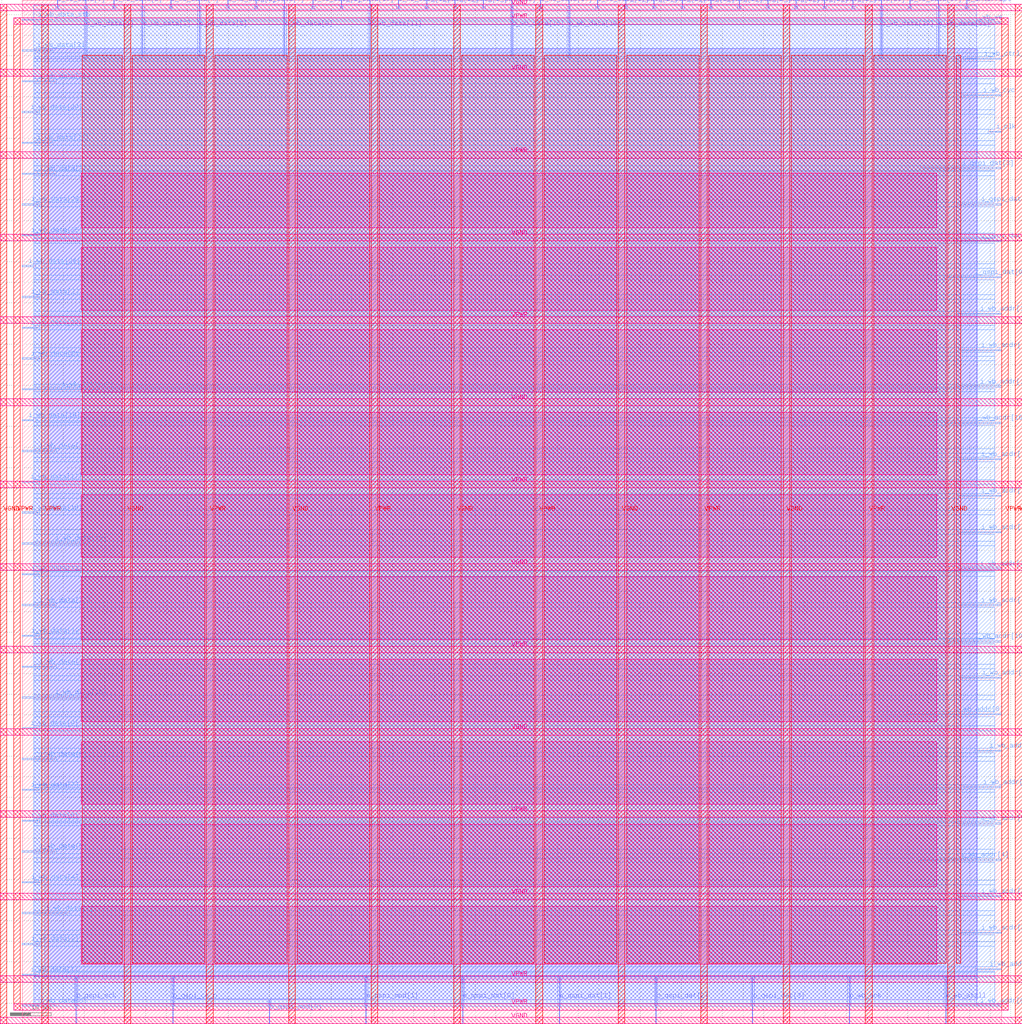
<source format=lef>
VERSION 5.7 ;
  NOWIREEXTENSIONATPIN ON ;
  DIVIDERCHAR "/" ;
  BUSBITCHARS "[]" ;
MACRO wbqspiflash
  CLASS BLOCK ;
  FOREIGN wbqspiflash ;
  ORIGIN 0.000 0.000 ;
  SIZE 237.810 BY 248.530 ;
  PIN VGND
    DIRECTION INOUT ;
    USE GROUND ;
    PORT
      LAYER met4 ;
        RECT -5.380 -0.020 -3.780 247.540 ;
    END
    PORT
      LAYER met5 ;
        RECT -5.380 -0.020 242.740 1.580 ;
    END
    PORT
      LAYER met5 ;
        RECT -5.380 245.940 242.740 247.540 ;
    END
    PORT
      LAYER met4 ;
        RECT 241.140 -0.020 242.740 247.540 ;
    END
    PORT
      LAYER met4 ;
        RECT 24.720 -0.020 26.320 247.540 ;
    END
    PORT
      LAYER met4 ;
        RECT 64.720 -0.020 66.320 247.540 ;
    END
    PORT
      LAYER met4 ;
        RECT 104.720 -0.020 106.320 247.540 ;
    END
    PORT
      LAYER met4 ;
        RECT 144.720 -0.020 146.320 247.540 ;
    END
    PORT
      LAYER met4 ;
        RECT 184.720 -0.020 186.320 247.540 ;
    END
    PORT
      LAYER met4 ;
        RECT 224.720 -0.020 226.320 247.540 ;
    END
    PORT
      LAYER met5 ;
        RECT -5.380 30.080 242.740 31.680 ;
    END
    PORT
      LAYER met5 ;
        RECT -5.380 70.080 242.740 71.680 ;
    END
    PORT
      LAYER met5 ;
        RECT -5.380 110.080 242.740 111.680 ;
    END
    PORT
      LAYER met5 ;
        RECT -5.380 150.080 242.740 151.680 ;
    END
    PORT
      LAYER met5 ;
        RECT -5.380 190.080 242.740 191.680 ;
    END
    PORT
      LAYER met5 ;
        RECT -5.380 230.080 242.740 231.680 ;
    END
  END VGND
  PIN VPWR
    DIRECTION INOUT ;
    USE POWER ;
    PORT
      LAYER met4 ;
        RECT -2.080 3.280 -0.480 244.240 ;
    END
    PORT
      LAYER met5 ;
        RECT -2.080 3.280 239.440 4.880 ;
    END
    PORT
      LAYER met5 ;
        RECT -2.080 242.640 239.440 244.240 ;
    END
    PORT
      LAYER met4 ;
        RECT 237.840 3.280 239.440 244.240 ;
    END
    PORT
      LAYER met4 ;
        RECT 4.720 -0.020 6.320 247.540 ;
    END
    PORT
      LAYER met4 ;
        RECT 44.720 -0.020 46.320 247.540 ;
    END
    PORT
      LAYER met4 ;
        RECT 84.720 -0.020 86.320 247.540 ;
    END
    PORT
      LAYER met4 ;
        RECT 124.720 -0.020 126.320 247.540 ;
    END
    PORT
      LAYER met4 ;
        RECT 164.720 -0.020 166.320 247.540 ;
    END
    PORT
      LAYER met4 ;
        RECT 204.720 -0.020 206.320 247.540 ;
    END
    PORT
      LAYER met5 ;
        RECT -5.380 10.080 242.740 11.680 ;
    END
    PORT
      LAYER met5 ;
        RECT -5.380 50.080 242.740 51.680 ;
    END
    PORT
      LAYER met5 ;
        RECT -5.380 90.080 242.740 91.680 ;
    END
    PORT
      LAYER met5 ;
        RECT -5.380 130.080 242.740 131.680 ;
    END
    PORT
      LAYER met5 ;
        RECT -5.380 170.080 242.740 171.680 ;
    END
    PORT
      LAYER met5 ;
        RECT -5.380 210.080 242.740 211.680 ;
    END
  END VPWR
  PIN i_clk
    DIRECTION INPUT ;
    USE SIGNAL ;
    PORT
      LAYER met3 ;
        RECT 234.910 216.430 237.810 216.730 ;
    END
  END i_clk
  PIN i_qspi_dat[0]
    DIRECTION INPUT ;
    USE SIGNAL ;
    PORT
      LAYER met3 ;
        RECT 224.390 181.070 237.810 181.370 ;
    END
  END i_qspi_dat[0]
  PIN i_qspi_dat[1]
    DIRECTION INPUT ;
    USE SIGNAL ;
    PORT
      LAYER met3 ;
        RECT 227.545 189.910 237.810 190.210 ;
    END
  END i_qspi_dat[1]
  PIN i_qspi_dat[2]
    DIRECTION INPUT ;
    USE SIGNAL ;
    PORT
      LAYER met3 ;
        RECT 227.545 198.750 237.810 199.050 ;
    END
  END i_qspi_dat[2]
  PIN i_qspi_dat[3]
    DIRECTION INPUT ;
    USE SIGNAL ;
    PORT
      LAYER met3 ;
        RECT 218.410 207.590 237.810 207.890 ;
    END
  END i_qspi_dat[3]
  PIN i_wb_addr[0]
    DIRECTION INPUT ;
    USE SIGNAL ;
    PORT
      LAYER met3 ;
        RECT 227.150 4.270 237.810 4.570 ;
    END
  END i_wb_addr[0]
  PIN i_wb_addr[10]
    DIRECTION INPUT ;
    USE SIGNAL ;
    PORT
      LAYER met3 ;
        RECT 224.390 92.670 237.810 92.970 ;
    END
  END i_wb_addr[10]
  PIN i_wb_addr[11]
    DIRECTION INPUT ;
    USE SIGNAL ;
    PORT
      LAYER met3 ;
        RECT 227.610 101.510 237.810 101.810 ;
    END
  END i_wb_addr[11]
  PIN i_wb_addr[12]
    DIRECTION INPUT ;
    USE SIGNAL ;
    PORT
      LAYER met3 ;
        RECT 227.150 110.350 237.810 110.650 ;
    END
  END i_wb_addr[12]
  PIN i_wb_addr[13]
    DIRECTION INPUT ;
    USE SIGNAL ;
    PORT
      LAYER met3 ;
        RECT 227.610 119.190 237.810 119.490 ;
    END
  END i_wb_addr[13]
  PIN i_wb_addr[14]
    DIRECTION INPUT ;
    USE SIGNAL ;
    PORT
      LAYER met3 ;
        RECT 227.610 128.030 237.810 128.330 ;
    END
  END i_wb_addr[14]
  PIN i_wb_addr[15]
    DIRECTION INPUT ;
    USE SIGNAL ;
    PORT
      LAYER met3 ;
        RECT 227.610 136.870 237.810 137.170 ;
    END
  END i_wb_addr[15]
  PIN i_wb_addr[16]
    DIRECTION INPUT ;
    USE SIGNAL ;
    PORT
      LAYER met3 ;
        RECT 224.390 145.710 237.810 146.010 ;
    END
  END i_wb_addr[16]
  PIN i_wb_addr[17]
    DIRECTION INPUT ;
    USE SIGNAL ;
    PORT
      LAYER met3 ;
        RECT 227.150 154.550 237.810 154.850 ;
    END
  END i_wb_addr[17]
  PIN i_wb_addr[18]
    DIRECTION INPUT ;
    USE SIGNAL ;
    PORT
      LAYER met3 ;
        RECT 227.610 163.390 237.810 163.690 ;
    END
  END i_wb_addr[18]
  PIN i_wb_addr[19]
    DIRECTION INPUT ;
    USE SIGNAL ;
    PORT
      LAYER met3 ;
        RECT 227.150 172.230 237.810 172.530 ;
    END
  END i_wb_addr[19]
  PIN i_wb_addr[1]
    DIRECTION INPUT ;
    USE SIGNAL ;
    PORT
      LAYER met3 ;
        RECT 231.750 13.110 237.810 13.410 ;
    END
  END i_wb_addr[1]
  PIN i_wb_addr[2]
    DIRECTION INPUT ;
    USE SIGNAL ;
    PORT
      LAYER met3 ;
        RECT 227.610 21.950 237.810 22.250 ;
    END
  END i_wb_addr[2]
  PIN i_wb_addr[3]
    DIRECTION INPUT ;
    USE SIGNAL ;
    PORT
      LAYER met3 ;
        RECT 227.610 30.790 237.810 31.090 ;
    END
  END i_wb_addr[3]
  PIN i_wb_addr[4]
    DIRECTION INPUT ;
    USE SIGNAL ;
    PORT
      LAYER met3 ;
        RECT 217.950 39.630 237.810 39.930 ;
    END
  END i_wb_addr[4]
  PIN i_wb_addr[5]
    DIRECTION INPUT ;
    USE SIGNAL ;
    PORT
      LAYER met3 ;
        RECT 227.610 48.470 237.810 48.770 ;
    END
  END i_wb_addr[5]
  PIN i_wb_addr[6]
    DIRECTION INPUT ;
    USE SIGNAL ;
    PORT
      LAYER met3 ;
        RECT 228.530 57.310 237.810 57.610 ;
    END
  END i_wb_addr[6]
  PIN i_wb_addr[7]
    DIRECTION INPUT ;
    USE SIGNAL ;
    PORT
      LAYER met3 ;
        RECT 231.750 66.150 237.810 66.450 ;
    END
  END i_wb_addr[7]
  PIN i_wb_addr[8]
    DIRECTION INPUT ;
    USE SIGNAL ;
    PORT
      LAYER met3 ;
        RECT 215.190 74.990 237.810 75.290 ;
    END
  END i_wb_addr[8]
  PIN i_wb_addr[9]
    DIRECTION INPUT ;
    USE SIGNAL ;
    PORT
      LAYER met3 ;
        RECT 228.070 83.830 237.810 84.130 ;
    END
  END i_wb_addr[9]
  PIN i_wb_ctrl_stb
    DIRECTION INPUT ;
    USE SIGNAL ;
    PORT
      LAYER met3 ;
        RECT 228.990 234.110 237.810 234.410 ;
    END
  END i_wb_ctrl_stb
  PIN i_wb_cyc
    DIRECTION INPUT ;
    USE SIGNAL ;
    PORT
      LAYER met3 ;
        RECT 228.530 225.270 237.810 225.570 ;
    END
  END i_wb_cyc
  PIN i_wb_data[0]
    DIRECTION INPUT ;
    USE SIGNAL ;
    PORT
      LAYER met3 ;
        RECT 0.000 4.270 7.910 4.570 ;
    END
  END i_wb_data[0]
  PIN i_wb_data[10]
    DIRECTION INPUT ;
    USE SIGNAL ;
    PORT
      LAYER met3 ;
        RECT 0.000 79.070 15.730 79.370 ;
    END
  END i_wb_data[10]
  PIN i_wb_data[11]
    DIRECTION INPUT ;
    USE SIGNAL ;
    PORT
      LAYER met3 ;
        RECT 0.000 86.550 7.910 86.850 ;
    END
  END i_wb_data[11]
  PIN i_wb_data[12]
    DIRECTION INPUT ;
    USE SIGNAL ;
    PORT
      LAYER met3 ;
        RECT 0.000 94.030 4.230 94.330 ;
    END
  END i_wb_data[12]
  PIN i_wb_data[13]
    DIRECTION INPUT ;
    USE SIGNAL ;
    PORT
      LAYER met3 ;
        RECT 0.000 101.510 7.910 101.810 ;
    END
  END i_wb_data[13]
  PIN i_wb_data[14]
    DIRECTION INPUT ;
    USE SIGNAL ;
    PORT
      LAYER met3 ;
        RECT 0.000 108.990 4.230 109.290 ;
    END
  END i_wb_data[14]
  PIN i_wb_data[15]
    DIRECTION INPUT ;
    USE SIGNAL ;
    PORT
      LAYER met3 ;
        RECT 0.000 116.470 15.730 116.770 ;
    END
  END i_wb_data[15]
  PIN i_wb_data[16]
    DIRECTION INPUT ;
    USE SIGNAL ;
    PORT
      LAYER met3 ;
        RECT 0.000 123.950 3.770 124.250 ;
    END
  END i_wb_data[16]
  PIN i_wb_data[17]
    DIRECTION INPUT ;
    USE SIGNAL ;
    PORT
      LAYER met3 ;
        RECT 0.000 131.430 3.770 131.730 ;
    END
  END i_wb_data[17]
  PIN i_wb_data[18]
    DIRECTION INPUT ;
    USE SIGNAL ;
    PORT
      LAYER met3 ;
        RECT 0.000 138.910 7.910 139.210 ;
    END
  END i_wb_data[18]
  PIN i_wb_data[19]
    DIRECTION INPUT ;
    USE SIGNAL ;
    PORT
      LAYER met3 ;
        RECT 0.000 146.390 2.850 146.690 ;
    END
  END i_wb_data[19]
  PIN i_wb_data[1]
    DIRECTION INPUT ;
    USE SIGNAL ;
    PORT
      LAYER met3 ;
        RECT 0.000 11.750 3.770 12.050 ;
    END
  END i_wb_data[1]
  PIN i_wb_data[20]
    DIRECTION INPUT ;
    USE SIGNAL ;
    PORT
      LAYER met3 ;
        RECT 0.000 153.870 18.950 154.170 ;
    END
  END i_wb_data[20]
  PIN i_wb_data[21]
    DIRECTION INPUT ;
    USE SIGNAL ;
    PORT
      LAYER met3 ;
        RECT 0.000 161.350 4.230 161.650 ;
    END
  END i_wb_data[21]
  PIN i_wb_data[22]
    DIRECTION INPUT ;
    USE SIGNAL ;
    PORT
      LAYER met3 ;
        RECT 0.000 168.830 3.770 169.130 ;
    END
  END i_wb_data[22]
  PIN i_wb_data[23]
    DIRECTION INPUT ;
    USE SIGNAL ;
    PORT
      LAYER met3 ;
        RECT 0.000 176.310 4.230 176.610 ;
    END
  END i_wb_data[23]
  PIN i_wb_data[24]
    DIRECTION INPUT ;
    USE SIGNAL ;
    PORT
      LAYER met3 ;
        RECT 0.000 183.790 2.850 184.090 ;
    END
  END i_wb_data[24]
  PIN i_wb_data[25]
    DIRECTION INPUT ;
    USE SIGNAL ;
    PORT
      LAYER met3 ;
        RECT 0.000 191.270 4.230 191.570 ;
    END
  END i_wb_data[25]
  PIN i_wb_data[26]
    DIRECTION INPUT ;
    USE SIGNAL ;
    PORT
      LAYER met3 ;
        RECT 0.000 198.750 4.230 199.050 ;
    END
  END i_wb_data[26]
  PIN i_wb_data[27]
    DIRECTION INPUT ;
    USE SIGNAL ;
    PORT
      LAYER met3 ;
        RECT 0.000 206.230 7.910 206.530 ;
    END
  END i_wb_data[27]
  PIN i_wb_data[28]
    DIRECTION INPUT ;
    USE SIGNAL ;
    PORT
      LAYER met3 ;
        RECT 0.000 213.710 6.990 214.010 ;
    END
  END i_wb_data[28]
  PIN i_wb_data[29]
    DIRECTION INPUT ;
    USE SIGNAL ;
    PORT
      LAYER met3 ;
        RECT 0.000 221.190 3.770 221.490 ;
    END
  END i_wb_data[29]
  PIN i_wb_data[2]
    DIRECTION INPUT ;
    USE SIGNAL ;
    PORT
      LAYER met3 ;
        RECT 0.000 19.230 4.230 19.530 ;
    END
  END i_wb_data[2]
  PIN i_wb_data[30]
    DIRECTION INPUT ;
    USE SIGNAL ;
    PORT
      LAYER met3 ;
        RECT 0.000 228.670 7.910 228.970 ;
    END
  END i_wb_data[30]
  PIN i_wb_data[31]
    DIRECTION INPUT ;
    USE SIGNAL ;
    PORT
      LAYER met3 ;
        RECT 0.000 236.150 6.990 236.450 ;
    END
  END i_wb_data[31]
  PIN i_wb_data[3]
    DIRECTION INPUT ;
    USE SIGNAL ;
    PORT
      LAYER met3 ;
        RECT 0.000 26.710 11.130 27.010 ;
    END
  END i_wb_data[3]
  PIN i_wb_data[4]
    DIRECTION INPUT ;
    USE SIGNAL ;
    PORT
      LAYER met3 ;
        RECT 0.000 34.190 4.230 34.490 ;
    END
  END i_wb_data[4]
  PIN i_wb_data[5]
    DIRECTION INPUT ;
    USE SIGNAL ;
    PORT
      LAYER met3 ;
        RECT 0.000 41.670 7.910 41.970 ;
    END
  END i_wb_data[5]
  PIN i_wb_data[6]
    DIRECTION INPUT ;
    USE SIGNAL ;
    PORT
      LAYER met3 ;
        RECT 0.000 49.150 3.770 49.450 ;
    END
  END i_wb_data[6]
  PIN i_wb_data[7]
    DIRECTION INPUT ;
    USE SIGNAL ;
    PORT
      LAYER met3 ;
        RECT 0.000 56.630 4.230 56.930 ;
    END
  END i_wb_data[7]
  PIN i_wb_data[8]
    DIRECTION INPUT ;
    USE SIGNAL ;
    PORT
      LAYER met3 ;
        RECT 0.000 64.110 7.910 64.410 ;
    END
  END i_wb_data[8]
  PIN i_wb_data[9]
    DIRECTION INPUT ;
    USE SIGNAL ;
    PORT
      LAYER met3 ;
        RECT 0.000 71.590 3.770 71.890 ;
    END
  END i_wb_data[9]
  PIN i_wb_data_stb
    DIRECTION INPUT ;
    USE SIGNAL ;
    PORT
      LAYER met3 ;
        RECT 0.000 243.630 7.450 243.930 ;
    END
  END i_wb_data_stb
  PIN i_wb_we
    DIRECTION INPUT ;
    USE SIGNAL ;
    PORT
      LAYER met3 ;
        RECT 224.390 242.950 237.810 243.250 ;
    END
  END i_wb_we
  PIN o_interrupt
    DIRECTION OUTPUT TRISTATE ;
    USE SIGNAL ;
    PORT
      LAYER met2 ;
        RECT 229.240 246.530 229.380 248.530 ;
    END
  END o_interrupt
  PIN o_qspi_cs_n
    DIRECTION OUTPUT TRISTATE ;
    USE SIGNAL ;
    PORT
      LAYER met2 ;
        RECT 36.500 0.000 36.640 11.260 ;
    END
  END o_qspi_cs_n
  PIN o_qspi_dat[0]
    DIRECTION OUTPUT TRISTATE ;
    USE SIGNAL ;
    PORT
      LAYER met2 ;
        RECT 106.880 0.000 107.020 11.260 ;
    END
  END o_qspi_dat[0]
  PIN o_qspi_dat[1]
    DIRECTION OUTPUT TRISTATE ;
    USE SIGNAL ;
    PORT
      LAYER met2 ;
        RECT 130.340 0.000 130.480 11.260 ;
    END
  END o_qspi_dat[1]
  PIN o_qspi_dat[2]
    DIRECTION OUTPUT TRISTATE ;
    USE SIGNAL ;
    PORT
      LAYER met2 ;
        RECT 153.800 0.000 153.940 11.260 ;
    END
  END o_qspi_dat[2]
  PIN o_qspi_dat[3]
    DIRECTION OUTPUT TRISTATE ;
    USE SIGNAL ;
    PORT
      LAYER met2 ;
        RECT 177.260 0.000 177.400 11.260 ;
    END
  END o_qspi_dat[3]
  PIN o_qspi_mod[0]
    DIRECTION OUTPUT TRISTATE ;
    USE SIGNAL ;
    PORT
      LAYER met2 ;
        RECT 59.960 0.000 60.100 5.820 ;
    END
  END o_qspi_mod[0]
  PIN o_qspi_mod[1]
    DIRECTION OUTPUT TRISTATE ;
    USE SIGNAL ;
    PORT
      LAYER met2 ;
        RECT 83.420 0.000 83.560 11.260 ;
    END
  END o_qspi_mod[1]
  PIN o_qspi_sck
    DIRECTION OUTPUT TRISTATE ;
    USE SIGNAL ;
    PORT
      LAYER met2 ;
        RECT 13.040 0.000 13.180 11.260 ;
    END
  END o_qspi_sck
  PIN o_wb_ack
    DIRECTION OUTPUT TRISTATE ;
    USE SIGNAL ;
    PORT
      LAYER met2 ;
        RECT 200.720 0.000 200.860 11.260 ;
    END
  END o_wb_ack
  PIN o_wb_data[0]
    DIRECTION OUTPUT TRISTATE ;
    USE SIGNAL ;
    PORT
      LAYER met2 ;
        RECT 8.440 246.530 8.580 248.530 ;
    END
  END o_wb_data[0]
  PIN o_wb_data[10]
    DIRECTION OUTPUT TRISTATE ;
    USE SIGNAL ;
    PORT
      LAYER met2 ;
        RECT 77.440 246.530 77.580 248.530 ;
    END
  END o_wb_data[10]
  PIN o_wb_data[11]
    DIRECTION OUTPUT TRISTATE ;
    USE SIGNAL ;
    PORT
      LAYER met2 ;
        RECT 84.340 234.560 84.480 248.530 ;
    END
  END o_wb_data[11]
  PIN o_wb_data[12]
    DIRECTION OUTPUT TRISTATE ;
    USE SIGNAL ;
    PORT
      LAYER met2 ;
        RECT 91.240 246.530 91.380 248.530 ;
    END
  END o_wb_data[12]
  PIN o_wb_data[13]
    DIRECTION OUTPUT TRISTATE ;
    USE SIGNAL ;
    PORT
      LAYER met2 ;
        RECT 98.140 246.530 98.280 248.530 ;
    END
  END o_wb_data[13]
  PIN o_wb_data[14]
    DIRECTION OUTPUT TRISTATE ;
    USE SIGNAL ;
    PORT
      LAYER met2 ;
        RECT 105.040 246.530 105.180 248.530 ;
    END
  END o_wb_data[14]
  PIN o_wb_data[15]
    DIRECTION OUTPUT TRISTATE ;
    USE SIGNAL ;
    PORT
      LAYER met2 ;
        RECT 111.940 246.530 112.080 248.530 ;
    END
  END o_wb_data[15]
  PIN o_wb_data[16]
    DIRECTION OUTPUT TRISTATE ;
    USE SIGNAL ;
    PORT
      LAYER met2 ;
        RECT 118.840 234.560 118.980 248.530 ;
    END
  END o_wb_data[16]
  PIN o_wb_data[17]
    DIRECTION OUTPUT TRISTATE ;
    USE SIGNAL ;
    PORT
      LAYER met2 ;
        RECT 125.740 246.530 125.880 248.530 ;
    END
  END o_wb_data[17]
  PIN o_wb_data[18]
    DIRECTION OUTPUT TRISTATE ;
    USE SIGNAL ;
    PORT
      LAYER met2 ;
        RECT 132.640 234.560 132.780 248.530 ;
    END
  END o_wb_data[18]
  PIN o_wb_data[19]
    DIRECTION OUTPUT TRISTATE ;
    USE SIGNAL ;
    PORT
      LAYER met2 ;
        RECT 139.540 246.530 139.680 248.530 ;
    END
  END o_wb_data[19]
  PIN o_wb_data[1]
    DIRECTION OUTPUT TRISTATE ;
    USE SIGNAL ;
    PORT
      LAYER met2 ;
        RECT 15.340 234.560 15.480 248.530 ;
    END
  END o_wb_data[1]
  PIN o_wb_data[20]
    DIRECTION OUTPUT TRISTATE ;
    USE SIGNAL ;
    PORT
      LAYER met2 ;
        RECT 146.440 246.530 146.580 248.530 ;
    END
  END o_wb_data[20]
  PIN o_wb_data[21]
    DIRECTION OUTPUT TRISTATE ;
    USE SIGNAL ;
    PORT
      LAYER met2 ;
        RECT 153.340 246.530 153.480 248.530 ;
    END
  END o_wb_data[21]
  PIN o_wb_data[22]
    DIRECTION OUTPUT TRISTATE ;
    USE SIGNAL ;
    PORT
      LAYER met2 ;
        RECT 160.240 246.530 160.380 248.530 ;
    END
  END o_wb_data[22]
  PIN o_wb_data[23]
    DIRECTION OUTPUT TRISTATE ;
    USE SIGNAL ;
    PORT
      LAYER met2 ;
        RECT 167.140 246.530 167.280 248.530 ;
    END
  END o_wb_data[23]
  PIN o_wb_data[24]
    DIRECTION OUTPUT TRISTATE ;
    USE SIGNAL ;
    PORT
      LAYER met2 ;
        RECT 174.040 246.530 174.180 248.530 ;
    END
  END o_wb_data[24]
  PIN o_wb_data[25]
    DIRECTION OUTPUT TRISTATE ;
    USE SIGNAL ;
    PORT
      LAYER met2 ;
        RECT 180.940 246.530 181.080 248.530 ;
    END
  END o_wb_data[25]
  PIN o_wb_data[26]
    DIRECTION OUTPUT TRISTATE ;
    USE SIGNAL ;
    PORT
      LAYER met2 ;
        RECT 187.840 246.530 187.980 248.530 ;
    END
  END o_wb_data[26]
  PIN o_wb_data[27]
    DIRECTION OUTPUT TRISTATE ;
    USE SIGNAL ;
    PORT
      LAYER met2 ;
        RECT 194.740 246.530 194.880 248.530 ;
    END
  END o_wb_data[27]
  PIN o_wb_data[28]
    DIRECTION OUTPUT TRISTATE ;
    USE SIGNAL ;
    PORT
      LAYER met2 ;
        RECT 201.640 246.530 201.780 248.530 ;
    END
  END o_wb_data[28]
  PIN o_wb_data[29]
    DIRECTION OUTPUT TRISTATE ;
    USE SIGNAL ;
    PORT
      LAYER met2 ;
        RECT 208.540 234.560 208.680 248.530 ;
    END
  END o_wb_data[29]
  PIN o_wb_data[2]
    DIRECTION OUTPUT TRISTATE ;
    USE SIGNAL ;
    PORT
      LAYER met2 ;
        RECT 22.240 246.530 22.380 248.530 ;
    END
  END o_wb_data[2]
  PIN o_wb_data[30]
    DIRECTION OUTPUT TRISTATE ;
    USE SIGNAL ;
    PORT
      LAYER met2 ;
        RECT 215.440 246.530 215.580 248.530 ;
    END
  END o_wb_data[30]
  PIN o_wb_data[31]
    DIRECTION OUTPUT TRISTATE ;
    USE SIGNAL ;
    PORT
      LAYER met2 ;
        RECT 222.340 234.560 222.480 248.530 ;
    END
  END o_wb_data[31]
  PIN o_wb_data[3]
    DIRECTION OUTPUT TRISTATE ;
    USE SIGNAL ;
    PORT
      LAYER met2 ;
        RECT 29.140 234.560 29.280 248.530 ;
    END
  END o_wb_data[3]
  PIN o_wb_data[4]
    DIRECTION OUTPUT TRISTATE ;
    USE SIGNAL ;
    PORT
      LAYER met2 ;
        RECT 36.040 246.530 36.180 248.530 ;
    END
  END o_wb_data[4]
  PIN o_wb_data[5]
    DIRECTION OUTPUT TRISTATE ;
    USE SIGNAL ;
    PORT
      LAYER met2 ;
        RECT 42.940 234.560 43.080 248.530 ;
    END
  END o_wb_data[5]
  PIN o_wb_data[6]
    DIRECTION OUTPUT TRISTATE ;
    USE SIGNAL ;
    PORT
      LAYER met2 ;
        RECT 49.840 246.530 49.980 248.530 ;
    END
  END o_wb_data[6]
  PIN o_wb_data[7]
    DIRECTION OUTPUT TRISTATE ;
    USE SIGNAL ;
    PORT
      LAYER met2 ;
        RECT 56.740 246.530 56.880 248.530 ;
    END
  END o_wb_data[7]
  PIN o_wb_data[8]
    DIRECTION OUTPUT TRISTATE ;
    USE SIGNAL ;
    PORT
      LAYER met2 ;
        RECT 63.640 234.560 63.780 248.530 ;
    END
  END o_wb_data[8]
  PIN o_wb_data[9]
    DIRECTION OUTPUT TRISTATE ;
    USE SIGNAL ;
    PORT
      LAYER met2 ;
        RECT 70.540 246.530 70.680 248.530 ;
    END
  END o_wb_data[9]
  PIN o_wb_stall
    DIRECTION OUTPUT TRISTATE ;
    USE SIGNAL ;
    PORT
      LAYER met2 ;
        RECT 224.180 0.000 224.320 11.260 ;
    END
  END o_wb_stall
  OBS
      LAYER li1 ;
        RECT 5.520 10.795 231.840 236.725 ;
      LAYER met1 ;
        RECT 2.830 5.820 231.840 236.880 ;
      LAYER met2 ;
        RECT 2.850 246.250 8.160 247.250 ;
        RECT 8.860 246.250 15.060 247.250 ;
        RECT 2.850 234.280 15.060 246.250 ;
        RECT 15.760 246.250 21.960 247.250 ;
        RECT 22.660 246.250 28.860 247.250 ;
        RECT 15.760 234.280 28.860 246.250 ;
        RECT 29.560 246.250 35.760 247.250 ;
        RECT 36.460 246.250 42.660 247.250 ;
        RECT 29.560 234.280 42.660 246.250 ;
        RECT 43.360 246.250 49.560 247.250 ;
        RECT 50.260 246.250 56.460 247.250 ;
        RECT 57.160 246.250 63.360 247.250 ;
        RECT 43.360 234.280 63.360 246.250 ;
        RECT 64.060 246.250 70.260 247.250 ;
        RECT 70.960 246.250 77.160 247.250 ;
        RECT 77.860 246.250 84.060 247.250 ;
        RECT 64.060 234.280 84.060 246.250 ;
        RECT 84.760 246.250 90.960 247.250 ;
        RECT 91.660 246.250 97.860 247.250 ;
        RECT 98.560 246.250 104.760 247.250 ;
        RECT 105.460 246.250 111.660 247.250 ;
        RECT 112.360 246.250 118.560 247.250 ;
        RECT 84.760 234.280 118.560 246.250 ;
        RECT 119.260 246.250 125.460 247.250 ;
        RECT 126.160 246.250 132.360 247.250 ;
        RECT 119.260 234.280 132.360 246.250 ;
        RECT 133.060 246.250 139.260 247.250 ;
        RECT 139.960 246.250 146.160 247.250 ;
        RECT 146.860 246.250 153.060 247.250 ;
        RECT 153.760 246.250 159.960 247.250 ;
        RECT 160.660 246.250 166.860 247.250 ;
        RECT 167.560 246.250 173.760 247.250 ;
        RECT 174.460 246.250 180.660 247.250 ;
        RECT 181.360 246.250 187.560 247.250 ;
        RECT 188.260 246.250 194.460 247.250 ;
        RECT 195.160 246.250 201.360 247.250 ;
        RECT 202.060 246.250 208.260 247.250 ;
        RECT 133.060 234.280 208.260 246.250 ;
        RECT 208.960 246.250 215.160 247.250 ;
        RECT 215.860 246.250 222.060 247.250 ;
        RECT 208.960 234.280 222.060 246.250 ;
        RECT 222.760 246.250 228.960 247.250 ;
        RECT 229.660 246.250 231.750 247.250 ;
        RECT 222.760 234.280 231.750 246.250 ;
        RECT 2.850 11.540 231.750 234.280 ;
        RECT 2.850 4.235 12.760 11.540 ;
        RECT 13.460 4.235 36.220 11.540 ;
        RECT 36.920 6.100 83.140 11.540 ;
        RECT 36.920 4.235 59.680 6.100 ;
        RECT 60.380 4.235 83.140 6.100 ;
        RECT 83.840 4.235 106.600 11.540 ;
        RECT 107.300 4.235 130.060 11.540 ;
        RECT 130.760 4.235 153.520 11.540 ;
        RECT 154.220 4.235 176.980 11.540 ;
        RECT 177.680 4.235 200.440 11.540 ;
        RECT 201.140 4.235 223.900 11.540 ;
        RECT 224.600 4.235 231.750 11.540 ;
      LAYER met3 ;
        RECT 7.850 243.650 236.130 243.945 ;
        RECT 7.850 243.230 223.990 243.650 ;
        RECT 2.825 242.550 223.990 243.230 ;
        RECT 2.825 236.850 236.130 242.550 ;
        RECT 7.390 235.750 236.130 236.850 ;
        RECT 2.825 234.810 236.130 235.750 ;
        RECT 2.825 233.710 228.590 234.810 ;
        RECT 2.825 229.370 236.130 233.710 ;
        RECT 8.310 228.270 236.130 229.370 ;
        RECT 2.825 225.970 236.130 228.270 ;
        RECT 2.825 224.870 228.130 225.970 ;
        RECT 2.825 221.890 236.130 224.870 ;
        RECT 4.170 220.790 236.130 221.890 ;
        RECT 2.825 217.130 236.130 220.790 ;
        RECT 2.825 216.030 234.510 217.130 ;
        RECT 2.825 214.410 236.130 216.030 ;
        RECT 7.390 213.310 236.130 214.410 ;
        RECT 2.825 208.290 236.130 213.310 ;
        RECT 2.825 207.190 218.010 208.290 ;
        RECT 2.825 206.930 236.130 207.190 ;
        RECT 8.310 205.830 236.130 206.930 ;
        RECT 2.825 199.450 236.130 205.830 ;
        RECT 4.630 198.350 227.145 199.450 ;
        RECT 2.825 191.970 236.130 198.350 ;
        RECT 4.630 190.870 236.130 191.970 ;
        RECT 2.825 190.610 236.130 190.870 ;
        RECT 2.825 189.510 227.145 190.610 ;
        RECT 2.825 184.490 236.130 189.510 ;
        RECT 3.250 183.390 236.130 184.490 ;
        RECT 2.825 181.770 236.130 183.390 ;
        RECT 2.825 180.670 223.990 181.770 ;
        RECT 2.825 177.010 236.130 180.670 ;
        RECT 4.630 175.910 236.130 177.010 ;
        RECT 2.825 172.930 236.130 175.910 ;
        RECT 2.825 171.830 226.750 172.930 ;
        RECT 2.825 169.530 236.130 171.830 ;
        RECT 4.170 168.430 236.130 169.530 ;
        RECT 2.825 164.090 236.130 168.430 ;
        RECT 2.825 162.990 227.210 164.090 ;
        RECT 2.825 162.050 236.130 162.990 ;
        RECT 4.630 160.950 236.130 162.050 ;
        RECT 2.825 155.250 236.130 160.950 ;
        RECT 2.825 154.570 226.750 155.250 ;
        RECT 19.350 154.150 226.750 154.570 ;
        RECT 19.350 153.470 236.130 154.150 ;
        RECT 2.825 147.090 236.130 153.470 ;
        RECT 3.250 146.410 236.130 147.090 ;
        RECT 3.250 145.990 223.990 146.410 ;
        RECT 2.825 145.310 223.990 145.990 ;
        RECT 2.825 139.610 236.130 145.310 ;
        RECT 8.310 138.510 236.130 139.610 ;
        RECT 2.825 137.570 236.130 138.510 ;
        RECT 2.825 136.470 227.210 137.570 ;
        RECT 2.825 132.130 236.130 136.470 ;
        RECT 4.170 131.030 236.130 132.130 ;
        RECT 2.825 128.730 236.130 131.030 ;
        RECT 2.825 127.630 227.210 128.730 ;
        RECT 2.825 124.650 236.130 127.630 ;
        RECT 4.170 123.550 236.130 124.650 ;
        RECT 2.825 119.890 236.130 123.550 ;
        RECT 2.825 118.790 227.210 119.890 ;
        RECT 2.825 117.170 236.130 118.790 ;
        RECT 16.130 116.070 236.130 117.170 ;
        RECT 2.825 111.050 236.130 116.070 ;
        RECT 2.825 109.950 226.750 111.050 ;
        RECT 2.825 109.690 236.130 109.950 ;
        RECT 4.630 108.590 236.130 109.690 ;
        RECT 2.825 102.210 236.130 108.590 ;
        RECT 8.310 101.110 227.210 102.210 ;
        RECT 2.825 94.730 236.130 101.110 ;
        RECT 4.630 93.630 236.130 94.730 ;
        RECT 2.825 93.370 236.130 93.630 ;
        RECT 2.825 92.270 223.990 93.370 ;
        RECT 2.825 87.250 236.130 92.270 ;
        RECT 8.310 86.150 236.130 87.250 ;
        RECT 2.825 84.530 236.130 86.150 ;
        RECT 2.825 83.430 227.670 84.530 ;
        RECT 2.825 79.770 236.130 83.430 ;
        RECT 16.130 78.670 236.130 79.770 ;
        RECT 2.825 75.690 236.130 78.670 ;
        RECT 2.825 74.590 214.790 75.690 ;
        RECT 2.825 72.290 236.130 74.590 ;
        RECT 4.170 71.190 236.130 72.290 ;
        RECT 2.825 66.850 236.130 71.190 ;
        RECT 2.825 65.750 231.350 66.850 ;
        RECT 2.825 64.810 236.130 65.750 ;
        RECT 8.310 63.710 236.130 64.810 ;
        RECT 2.825 58.010 236.130 63.710 ;
        RECT 2.825 57.330 228.130 58.010 ;
        RECT 4.630 56.910 228.130 57.330 ;
        RECT 4.630 56.230 236.130 56.910 ;
        RECT 2.825 49.850 236.130 56.230 ;
        RECT 4.170 49.170 236.130 49.850 ;
        RECT 4.170 48.750 227.210 49.170 ;
        RECT 2.825 48.070 227.210 48.750 ;
        RECT 2.825 42.370 236.130 48.070 ;
        RECT 8.310 41.270 236.130 42.370 ;
        RECT 2.825 40.330 236.130 41.270 ;
        RECT 2.825 39.230 217.550 40.330 ;
        RECT 2.825 34.890 236.130 39.230 ;
        RECT 4.630 33.790 236.130 34.890 ;
        RECT 2.825 31.490 236.130 33.790 ;
        RECT 2.825 30.390 227.210 31.490 ;
        RECT 2.825 27.410 236.130 30.390 ;
        RECT 11.530 26.310 236.130 27.410 ;
        RECT 2.825 22.650 236.130 26.310 ;
        RECT 2.825 21.550 227.210 22.650 ;
        RECT 2.825 19.930 236.130 21.550 ;
        RECT 4.630 18.830 236.130 19.930 ;
        RECT 2.825 13.810 236.130 18.830 ;
        RECT 2.825 12.710 231.350 13.810 ;
        RECT 2.825 12.450 236.130 12.710 ;
        RECT 4.170 11.350 236.130 12.450 ;
        RECT 2.825 4.970 236.130 11.350 ;
        RECT 8.310 4.255 226.750 4.970 ;
      LAYER met4 ;
        RECT 14.590 14.710 24.320 235.105 ;
        RECT 26.720 14.710 44.320 235.105 ;
        RECT 46.720 14.710 64.320 235.105 ;
        RECT 66.720 14.710 84.320 235.105 ;
        RECT 86.720 14.710 104.320 235.105 ;
        RECT 106.720 14.710 124.320 235.105 ;
        RECT 126.720 14.710 144.320 235.105 ;
        RECT 146.720 14.710 164.320 235.105 ;
        RECT 166.720 14.710 184.320 235.105 ;
        RECT 186.720 14.710 204.320 235.105 ;
        RECT 206.720 14.710 224.320 235.105 ;
        RECT 226.720 14.710 227.865 235.105 ;
      LAYER met5 ;
        RECT 14.380 193.280 222.060 206.500 ;
        RECT 14.380 173.280 222.060 188.480 ;
        RECT 14.380 153.280 222.060 168.480 ;
        RECT 14.380 133.280 222.060 148.480 ;
        RECT 14.380 113.280 222.060 128.480 ;
        RECT 14.380 93.280 222.060 108.480 ;
        RECT 14.380 73.280 222.060 88.480 ;
        RECT 14.380 53.280 222.060 68.480 ;
        RECT 14.380 33.280 222.060 48.480 ;
        RECT 14.380 14.500 222.060 28.480 ;
  END
END wbqspiflash
END LIBRARY


</source>
